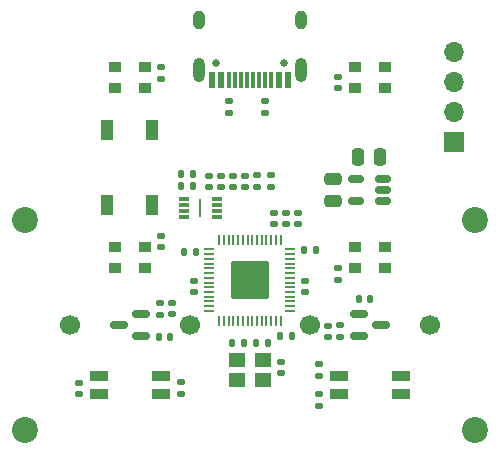
<source format=gbr>
%TF.GenerationSoftware,KiCad,Pcbnew,7.0.1*%
%TF.CreationDate,2023-05-12T00:47:34+01:00*%
%TF.ProjectId,MoonPad,4d6f6f6e-5061-4642-9e6b-696361645f70,rev?*%
%TF.SameCoordinates,Original*%
%TF.FileFunction,Soldermask,Top*%
%TF.FilePolarity,Negative*%
%FSLAX46Y46*%
G04 Gerber Fmt 4.6, Leading zero omitted, Abs format (unit mm)*
G04 Created by KiCad (PCBNEW 7.0.1) date 2023-05-12 00:47:34*
%MOMM*%
%LPD*%
G01*
G04 APERTURE LIST*
G04 Aperture macros list*
%AMRoundRect*
0 Rectangle with rounded corners*
0 $1 Rounding radius*
0 $2 $3 $4 $5 $6 $7 $8 $9 X,Y pos of 4 corners*
0 Add a 4 corners polygon primitive as box body*
4,1,4,$2,$3,$4,$5,$6,$7,$8,$9,$2,$3,0*
0 Add four circle primitives for the rounded corners*
1,1,$1+$1,$2,$3*
1,1,$1+$1,$4,$5*
1,1,$1+$1,$6,$7*
1,1,$1+$1,$8,$9*
0 Add four rect primitives between the rounded corners*
20,1,$1+$1,$2,$3,$4,$5,0*
20,1,$1+$1,$4,$5,$6,$7,0*
20,1,$1+$1,$6,$7,$8,$9,0*
20,1,$1+$1,$8,$9,$2,$3,0*%
G04 Aperture macros list end*
%ADD10RoundRect,0.140000X0.170000X-0.140000X0.170000X0.140000X-0.170000X0.140000X-0.170000X-0.140000X0*%
%ADD11RoundRect,0.140000X-0.170000X0.140000X-0.170000X-0.140000X0.170000X-0.140000X0.170000X0.140000X0*%
%ADD12R,1.400000X1.200000*%
%ADD13RoundRect,0.140000X-0.140000X-0.170000X0.140000X-0.170000X0.140000X0.170000X-0.140000X0.170000X0*%
%ADD14RoundRect,0.135000X0.185000X-0.135000X0.185000X0.135000X-0.185000X0.135000X-0.185000X-0.135000X0*%
%ADD15C,0.650000*%
%ADD16R,0.600000X1.450000*%
%ADD17R,0.300000X1.450000*%
%ADD18O,1.000000X2.100000*%
%ADD19O,1.000000X1.600000*%
%ADD20C,2.200000*%
%ADD21RoundRect,0.150000X-0.587500X-0.150000X0.587500X-0.150000X0.587500X0.150000X-0.587500X0.150000X0*%
%ADD22R,1.000000X0.850000*%
%ADD23RoundRect,0.140000X0.140000X0.170000X-0.140000X0.170000X-0.140000X-0.170000X0.140000X-0.170000X0*%
%ADD24R,0.900000X0.300000*%
%ADD25R,0.250000X1.650000*%
%ADD26RoundRect,0.135000X0.135000X0.185000X-0.135000X0.185000X-0.135000X-0.185000X0.135000X-0.185000X0*%
%ADD27RoundRect,0.250000X0.475000X-0.250000X0.475000X0.250000X-0.475000X0.250000X-0.475000X-0.250000X0*%
%ADD28RoundRect,0.250000X0.250000X0.475000X-0.250000X0.475000X-0.250000X-0.475000X0.250000X-0.475000X0*%
%ADD29RoundRect,0.135000X-0.185000X0.135000X-0.185000X-0.135000X0.185000X-0.135000X0.185000X0.135000X0*%
%ADD30RoundRect,0.050000X-0.387500X-0.050000X0.387500X-0.050000X0.387500X0.050000X-0.387500X0.050000X0*%
%ADD31RoundRect,0.050000X-0.050000X-0.387500X0.050000X-0.387500X0.050000X0.387500X-0.050000X0.387500X0*%
%ADD32RoundRect,0.144000X-1.456000X-1.456000X1.456000X-1.456000X1.456000X1.456000X-1.456000X1.456000X0*%
%ADD33RoundRect,0.150000X0.512500X0.150000X-0.512500X0.150000X-0.512500X-0.150000X0.512500X-0.150000X0*%
%ADD34R,1.000000X1.700000*%
%ADD35RoundRect,0.135000X-0.135000X-0.185000X0.135000X-0.185000X0.135000X0.185000X-0.135000X0.185000X0*%
%ADD36RoundRect,0.150000X0.587500X0.150000X-0.587500X0.150000X-0.587500X-0.150000X0.587500X-0.150000X0*%
%ADD37RoundRect,0.082000X0.718000X-0.328000X0.718000X0.328000X-0.718000X0.328000X-0.718000X-0.328000X0*%
%ADD38C,1.700000*%
%ADD39R,1.700000X1.700000*%
%ADD40O,1.700000X1.700000*%
G04 APERTURE END LIST*
D10*
%TO.C,C8*%
X179832000Y-96873000D03*
X179832000Y-95913000D03*
%TD*%
D11*
%TO.C,C23*%
X170307000Y-83566000D03*
X170307000Y-84526000D03*
%TD*%
D10*
%TO.C,C9*%
X173101000Y-102588000D03*
X173101000Y-101628000D03*
%TD*%
D11*
%TO.C,C26*%
X183642000Y-111252000D03*
X183642000Y-112212000D03*
%TD*%
D12*
%TO.C,Y1*%
X178900000Y-108370000D03*
X176700000Y-108370000D03*
X176700000Y-110070000D03*
X178900000Y-110070000D03*
%TD*%
D11*
%TO.C,C25*%
X185293000Y-100584000D03*
X185293000Y-101544000D03*
%TD*%
D10*
%TO.C,C14*%
X177419000Y-93698000D03*
X177419000Y-92738000D03*
%TD*%
D13*
%TO.C,C6*%
X180368000Y-106299000D03*
X181328000Y-106299000D03*
%TD*%
D14*
%TO.C,R6*%
X176022000Y-87430000D03*
X176022000Y-86410000D03*
%TD*%
D15*
%TO.C,J3*%
X180690000Y-83245000D03*
X174910000Y-83245000D03*
D16*
X181050000Y-84690000D03*
X180250000Y-84690000D03*
D17*
X179050000Y-84690000D03*
X178050000Y-84690000D03*
X177550000Y-84690000D03*
X176550000Y-84690000D03*
D16*
X175350000Y-84690000D03*
X174550000Y-84690000D03*
X174550000Y-84690000D03*
X175350000Y-84690000D03*
D17*
X176050000Y-84690000D03*
X177050000Y-84690000D03*
X178550000Y-84690000D03*
X179550000Y-84690000D03*
D16*
X180250000Y-84690000D03*
X181050000Y-84690000D03*
D18*
X182120000Y-83775000D03*
D19*
X182120000Y-79595000D03*
D18*
X173480000Y-83775000D03*
D19*
X173480000Y-79595000D03*
%TD*%
D20*
%TO.C,H2*%
X196850000Y-96520000D03*
%TD*%
D21*
%TO.C,U5*%
X187022500Y-104460000D03*
X187022500Y-106360000D03*
X188897500Y-105410000D03*
%TD*%
D10*
%TO.C,C10*%
X180848000Y-96873000D03*
X180848000Y-95913000D03*
%TD*%
%TO.C,C11*%
X181864000Y-96873000D03*
X181864000Y-95913000D03*
%TD*%
D22*
%TO.C,D3*%
X168940000Y-85330000D03*
X168940000Y-83555000D03*
X166340000Y-83580000D03*
X166340000Y-85330000D03*
%TD*%
D11*
%TO.C,C17*%
X184404000Y-105438000D03*
X184404000Y-106398000D03*
%TD*%
D23*
%TO.C,C2*%
X177264000Y-106934000D03*
X176304000Y-106934000D03*
%TD*%
D10*
%TO.C,C19*%
X163322000Y-111252000D03*
X163322000Y-110292000D03*
%TD*%
D24*
%TO.C,IC1*%
X172209000Y-94754000D03*
X172209000Y-95254000D03*
X172209000Y-95754000D03*
X172209000Y-96254000D03*
X175009000Y-96254000D03*
X175009000Y-95754000D03*
X175009000Y-95254000D03*
X175009000Y-94754000D03*
D25*
X173609000Y-95504000D03*
%TD*%
D26*
%TO.C,R1*%
X172976000Y-92583000D03*
X171956000Y-92583000D03*
%TD*%
D20*
%TO.C,H4*%
X196850000Y-114300000D03*
%TD*%
D13*
%TO.C,C12*%
X182400000Y-99060000D03*
X183360000Y-99060000D03*
%TD*%
D10*
%TO.C,C15*%
X176403000Y-93698000D03*
X176403000Y-92738000D03*
%TD*%
%TO.C,C20*%
X170307000Y-98806000D03*
X170307000Y-97846000D03*
%TD*%
D23*
%TO.C,C16*%
X173200000Y-99187000D03*
X172240000Y-99187000D03*
%TD*%
D13*
%TO.C,C22*%
X187022800Y-103174800D03*
X187982800Y-103174800D03*
%TD*%
D14*
%TO.C,RLED1*%
X171958000Y-111252000D03*
X171958000Y-110232000D03*
%TD*%
D11*
%TO.C,C3*%
X180467000Y-108486000D03*
X180467000Y-109446000D03*
%TD*%
D14*
%TO.C,R8*%
X170180000Y-104521000D03*
X170180000Y-103501000D03*
%TD*%
D27*
%TO.C,C4*%
X184857602Y-94929997D03*
X184857602Y-93029997D03*
%TD*%
D28*
%TO.C,C1*%
X188855601Y-91185999D03*
X186955601Y-91185999D03*
%TD*%
D13*
%TO.C,C21*%
X170081000Y-106426000D03*
X171041000Y-106426000D03*
%TD*%
D10*
%TO.C,C24*%
X185293000Y-85344000D03*
X185293000Y-84384000D03*
%TD*%
D13*
%TO.C,R9*%
X171986000Y-93599000D03*
X172946000Y-93599000D03*
%TD*%
D22*
%TO.C,D2*%
X168940000Y-100570000D03*
X168940000Y-98795000D03*
X166340000Y-98820000D03*
X166340000Y-100570000D03*
%TD*%
D10*
%TO.C,C5*%
X174371000Y-93698000D03*
X174371000Y-92738000D03*
%TD*%
D29*
%TO.C,R4*%
X179578000Y-92708000D03*
X179578000Y-93728000D03*
%TD*%
D20*
%TO.C,H3*%
X158750000Y-114300000D03*
%TD*%
D22*
%TO.C,D6*%
X186660000Y-98820000D03*
X186660000Y-100595000D03*
X189260000Y-100570000D03*
X189260000Y-98820000D03*
%TD*%
D30*
%TO.C,U3*%
X174362500Y-99000000D03*
X174362500Y-99400000D03*
X174362500Y-99800000D03*
X174362500Y-100200000D03*
X174362500Y-100600000D03*
X174362500Y-101000000D03*
X174362500Y-101400000D03*
X174362500Y-101800000D03*
X174362500Y-102200000D03*
X174362500Y-102600000D03*
X174362500Y-103000000D03*
X174362500Y-103400000D03*
X174362500Y-103800000D03*
X174362500Y-104200000D03*
D31*
X175200000Y-105037500D03*
X175600000Y-105037500D03*
X176000000Y-105037500D03*
X176400000Y-105037500D03*
X176800000Y-105037500D03*
X177200000Y-105037500D03*
X177600000Y-105037500D03*
X178000000Y-105037500D03*
X178400000Y-105037500D03*
X178800000Y-105037500D03*
X179200000Y-105037500D03*
X179600000Y-105037500D03*
X180000000Y-105037500D03*
X180400000Y-105037500D03*
D30*
X181237500Y-104200000D03*
X181237500Y-103800000D03*
X181237500Y-103400000D03*
X181237500Y-103000000D03*
X181237500Y-102600000D03*
X181237500Y-102200000D03*
X181237500Y-101800000D03*
X181237500Y-101400000D03*
X181237500Y-101000000D03*
X181237500Y-100600000D03*
X181237500Y-100200000D03*
X181237500Y-99800000D03*
X181237500Y-99400000D03*
X181237500Y-99000000D03*
D31*
X180400000Y-98162500D03*
X180000000Y-98162500D03*
X179600000Y-98162500D03*
X179200000Y-98162500D03*
X178800000Y-98162500D03*
X178400000Y-98162500D03*
X178000000Y-98162500D03*
X177600000Y-98162500D03*
X177200000Y-98162500D03*
X176800000Y-98162500D03*
X176400000Y-98162500D03*
X176000000Y-98162500D03*
X175600000Y-98162500D03*
X175200000Y-98162500D03*
D32*
X177800000Y-101600000D03*
%TD*%
D33*
%TO.C,U6*%
X189097500Y-94930000D03*
X189097500Y-93980000D03*
X189097500Y-93030000D03*
X186822500Y-93030000D03*
X186822500Y-94930000D03*
%TD*%
D20*
%TO.C,H1*%
X158750000Y-96520000D03*
%TD*%
D22*
%TO.C,D5*%
X186660000Y-83580000D03*
X186660000Y-85355000D03*
X189260000Y-85330000D03*
X189260000Y-83580000D03*
%TD*%
D10*
%TO.C,C7*%
X175387000Y-93698000D03*
X175387000Y-92738000D03*
%TD*%
D34*
%TO.C,SW1*%
X165740000Y-95200000D03*
X165740000Y-88900000D03*
X169540000Y-95200000D03*
X169540000Y-88900000D03*
%TD*%
D29*
%TO.C,R3*%
X178435000Y-92708000D03*
X178435000Y-93728000D03*
%TD*%
%TO.C,RLED2*%
X183642000Y-108710000D03*
X183642000Y-109730000D03*
%TD*%
D10*
%TO.C,C13*%
X182499000Y-102588000D03*
X182499000Y-101628000D03*
%TD*%
D14*
%TO.C,R7*%
X185420000Y-106426000D03*
X185420000Y-105406000D03*
%TD*%
D35*
%TO.C,R5*%
X178306000Y-106934000D03*
X179326000Y-106934000D03*
%TD*%
D14*
%TO.C,R2*%
X179070000Y-87430000D03*
X179070000Y-86410000D03*
%TD*%
D11*
%TO.C,C18*%
X171196000Y-103533000D03*
X171196000Y-104493000D03*
%TD*%
D36*
%TO.C,U4*%
X168577500Y-106360000D03*
X168577500Y-104460000D03*
X166702500Y-105410000D03*
%TD*%
D37*
%TO.C,D4*%
X185360000Y-111240000D03*
X185360000Y-109740000D03*
X190560000Y-109740000D03*
X190560000Y-111240000D03*
%TD*%
%TO.C,D1*%
X165040000Y-111240000D03*
X165040000Y-109740000D03*
X170240000Y-109740000D03*
X170240000Y-111240000D03*
%TD*%
D38*
%TO.C,X*%
X172720000Y-105410000D03*
X162560000Y-105410000D03*
%TD*%
%TO.C,Z*%
X193040000Y-105410000D03*
X182880000Y-105410000D03*
%TD*%
D39*
%TO.C,J1*%
X195072000Y-89906000D03*
D40*
X195072000Y-87366000D03*
X195072000Y-84826000D03*
X195072000Y-82286000D03*
%TD*%
M02*

</source>
